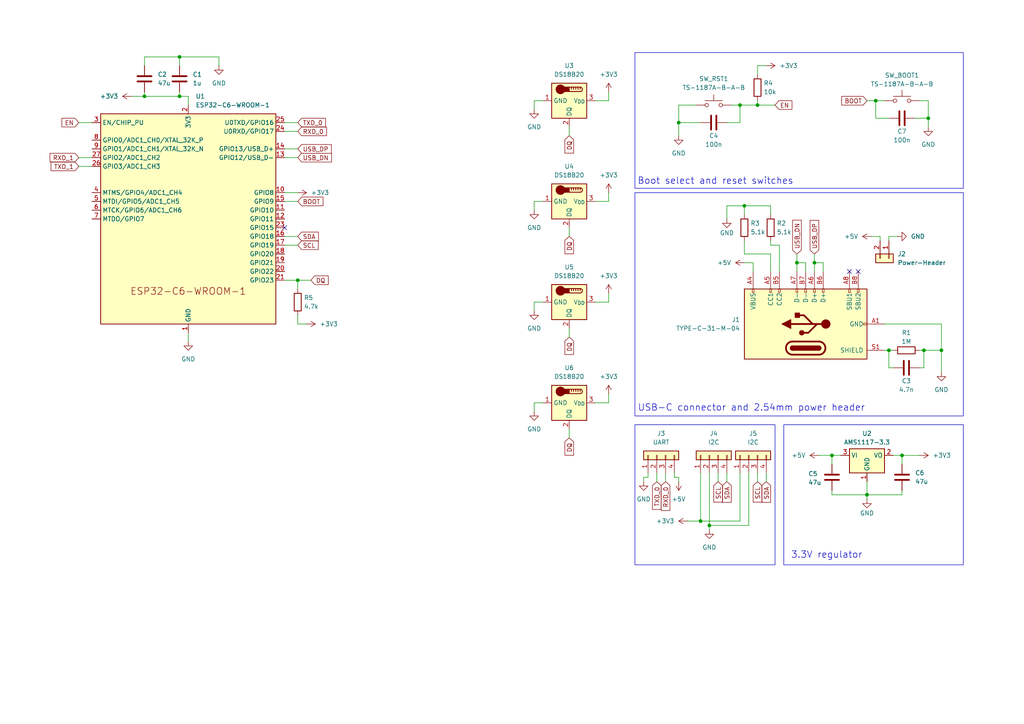
<source format=kicad_sch>
(kicad_sch (version 20250114) (generator "eeschema") (generator_version "9.0")
  (paper "A4")
  (lib_symbols
    (symbol "Connector:USB_C_Receptacle_USB2.0_16P" (pin_names (offset 1.016))
      (property "Reference" "J" (at 0 22.225 0))
      (property "Value" "USB_C_Receptacle_USB2.0_16P" (at 0 19.685 0))
      (symbol "USB_C_Receptacle_USB2.0_16P_0_0"
        (rectangle (start -0.254 -17.78) (end 0.254 -16.764))
        (rectangle (start 10.16 15.494) (end 9.144 14.986))
        (rectangle (start 10.16 10.414) (end 9.144 9.906))
        (rectangle (start 10.16 7.874) (end 9.144 7.366))
        (rectangle (start 10.16 2.794) (end 9.144 2.286))
        (rectangle (start 10.16 0.254) (end 9.144 -0.254))
        (rectangle (start 10.16 -2.286) (end 9.144 -2.794))
        (rectangle (start 10.16 -4.826) (end 9.144 -5.334))
        (rectangle (start 10.16 -12.446) (end 9.144 -12.954))
        (rectangle (start 10.16 -14.986) (end 9.144 -15.494))
      )
      (symbol "USB_C_Receptacle_USB2.0_16P_0_1"
        (rectangle (start -10.16 17.78) (end 10.16 -17.78) (stroke (width 0.254)) (fill (type background)))
        (polyline (pts (xy -8.89 -3.81) (xy -8.89 3.81)) (stroke (width 0.508)))
        (rectangle (start -7.62 -3.81) (end -6.35 3.81) (stroke (width 0.254)) (fill (type outline)))
        (arc (start -7.62 3.81) (mid -6.985 4.4423) (end -6.35 3.81) (stroke (width 0.254)))
        (arc (start -7.62 3.81) (mid -6.985 4.4423) (end -6.35 3.81) (stroke (width 0.254)) (fill (type outline)))
        (arc (start -8.89 3.81) (mid -6.985 5.7067) (end -5.08 3.81) (stroke (width 0.508)))
        (arc (start -5.08 -3.81) (mid -6.985 -5.7067) (end -8.89 -3.81) (stroke (width 0.508)))
        (arc (start -6.35 -3.81) (mid -6.985 -4.4423) (end -7.62 -3.81) (stroke (width 0.254)))
        (arc (start -6.35 -3.81) (mid -6.985 -4.4423) (end -7.62 -3.81) (stroke (width 0.254)) (fill (type outline)))
        (polyline (pts (xy -5.08 3.81) (xy -5.08 -3.81)) (stroke (width 0.508)))
        (circle (center -2.54 1.143) (radius 0.635) (stroke (width 0.254)) (fill (type outline)))
        (polyline (pts (xy -1.27 4.318) (xy 0 6.858) (xy 1.27 4.318) (xy -1.27 4.318)) (stroke (width 0.254)) (fill (type outline)))
        (polyline (pts (xy 0 -2.032) (xy 2.54 0.508) (xy 2.54 1.778)) (stroke (width 0.508)))
        (polyline (pts (xy 0 -3.302) (xy -2.54 -0.762) (xy -2.54 0.508)) (stroke (width 0.508)))
        (polyline (pts (xy 0 -5.842) (xy 0 4.318)) (stroke (width 0.508)))
        (circle (center 0 -5.842) (radius 1.27) (fill (type outline)))
        (rectangle (start 1.905 1.778) (end 3.175 3.048) (stroke (width 0.254)) (fill (type outline)))
      )
      (symbol "USB_C_Receptacle_USB2.0_16P_1_1"
        (pin passive line (at -7.62 -22.86 90) (length 5.08) (name "SHIELD") (number "S1"))
        (pin passive line (at 0 -22.86 90) (length 5.08) (name "GND") (number "A1"))
        (pin passive line (at 0 -22.86 90) (length 5.08) (hide yes) (name "GND") (number "A12"))
        (pin passive line (at 0 -22.86 90) (length 5.08) (hide yes) (name "GND") (number "B1"))
        (pin passive line (at 0 -22.86 90) (length 5.08) (hide yes) (name "GND") (number "B12"))
        (pin passive line (at 15.24 15.24 180) (length 5.08) (name "VBUS") (number "A4"))
        (pin passive line (at 15.24 15.24 180) (length 5.08) (hide yes) (name "VBUS") (number "A9"))
        (pin passive line (at 15.24 15.24 180) (length 5.08) (hide yes) (name "VBUS") (number "B4"))
        (pin passive line (at 15.24 15.24 180) (length 5.08) (hide yes) (name "VBUS") (number "B9"))
        (pin bidirectional line (at 15.24 10.16 180) (length 5.08) (name "CC1") (number "A5"))
        (pin bidirectional line (at 15.24 7.62 180) (length 5.08) (name "CC2") (number "B5"))
        (pin bidirectional line (at 15.24 2.54 180) (length 5.08) (name "D-") (number "A7"))
        (pin bidirectional line (at 15.24 0 180) (length 5.08) (name "D-") (number "B7"))
        (pin bidirectional line (at 15.24 -2.54 180) (length 5.08) (name "D+") (number "A6"))
        (pin bidirectional line (at 15.24 -5.08 180) (length 5.08) (name "D+") (number "B6"))
        (pin bidirectional line (at 15.24 -12.7 180) (length 5.08) (name "SBU1") (number "A8"))
        (pin bidirectional line (at 15.24 -15.24 180) (length 5.08) (name "SBU2") (number "B8"))
      )
    )
    (symbol "Connector_Generic:Conn_01x02" (pin_names (offset 1.016) (hide yes))
      (property "Reference" "J" (at 0 2.54 0))
      (property "Value" "Conn_01x02" (at 0 -5.08 0))
      (symbol "Conn_01x02_1_1"
        (rectangle (start -1.27 1.27) (end 1.27 -3.81) (stroke (width 0.254)) (fill (type background)))
        (rectangle (start -1.27 0.127) (end 0 -0.127) (stroke (width 0.1524)))
        (rectangle (start -1.27 -2.413) (end 0 -2.667) (stroke (width 0.1524)))
        (pin passive line (at -5.08 0 0) (length 3.81) (name "Pin_1") (number "1"))
        (pin passive line (at -5.08 -2.54 0) (length 3.81) (name "Pin_2") (number "2"))
      )
    )
    (symbol "Connector_Generic:Conn_01x04" (pin_names (offset 1.016) (hide yes))
      (property "Reference" "J" (at 0 5.08 0))
      (property "Value" "Conn_01x04" (at 0 -7.62 0))
      (symbol "Conn_01x04_1_1"
        (rectangle (start -1.27 3.81) (end 1.27 -6.35) (stroke (width 0.254)) (fill (type background)))
        (rectangle (start -1.27 2.667) (end 0 2.413) (stroke (width 0.1524)))
        (rectangle (start -1.27 0.127) (end 0 -0.127) (stroke (width 0.1524)))
        (rectangle (start -1.27 -2.413) (end 0 -2.667) (stroke (width 0.1524)))
        (rectangle (start -1.27 -4.953) (end 0 -5.207) (stroke (width 0.1524)))
        (pin passive line (at -5.08 2.54 0) (length 3.81) (name "Pin_1") (number "1"))
        (pin passive line (at -5.08 0 0) (length 3.81) (name "Pin_2") (number "2"))
        (pin passive line (at -5.08 -2.54 0) (length 3.81) (name "Pin_3") (number "3"))
        (pin passive line (at -5.08 -5.08 0) (length 3.81) (name "Pin_4") (number "4"))
      )
    )
    (symbol "Device:C" (pin_numbers (hide yes)) (pin_names (offset 0.254))
      (property "Reference" "C" (at 0.635 2.54 0))
      (property "Value" "C" (at 0.635 -2.54 0))
      (symbol "C_0_1"
        (polyline (pts (xy -2.032 0.762) (xy 2.032 0.762)) (stroke (width 0.508)))
        (polyline (pts (xy -2.032 -0.762) (xy 2.032 -0.762)) (stroke (width 0.508)))
      )
      (symbol "C_1_1"
        (pin passive line (at 0 3.81 270) (length 2.794) (name "~") (number "1"))
        (pin passive line (at 0 -3.81 90) (length 2.794) (name "~") (number "2"))
      )
    )
    (symbol "Device:R" (pin_numbers (hide yes)) (pin_names (offset 0))
      (property "Reference" "R" (at 2.032 0 90))
      (property "Value" "R" (at 0 0 90))
      (symbol "R_0_1"
        (rectangle (start -1.016 -2.54) (end 1.016 2.54) (stroke (width 0.254)))
      )
      (symbol "R_1_1"
        (pin passive line (at 0 3.81 270) (length 1.27) (name "~") (number "1"))
        (pin passive line (at 0 -3.81 90) (length 1.27) (name "~") (number "2"))
      )
    )
    (symbol "PCM_Espressif:ESP32-C6-WROOM-1"
      (property "Reference" "U" (at -25.4 35.56 0))
      (property "Value" "ESP32-C6-WROOM-1" (at -25.4 33.02 0))
      (symbol "ESP32-C6-WROOM-1_0_0"
        (text "ESP32-C6-WROOM-1" (at 0 -20.955 0) (effects (font (size 2 2))))
      )
      (symbol "ESP32-C6-WROOM-1_0_1"
        (rectangle (start -25.4 30.48) (end 25.4 -30.48) (stroke (width 0.254)) (fill (type background)))
      )
      (symbol "ESP32-C6-WROOM-1_1_1"
        (pin input line (at -27.94 27.94 0) (length 2.54) (name "EN/CHIP_PU") (number "3"))
        (pin bidirectional line (at -27.94 22.86 0) (length 2.54) (name "GPIO0/ADC1_CH0/XTAL_32K_P") (number "8"))
        (pin bidirectional line (at -27.94 20.32 0) (length 2.54) (name "GPIO1/ADC1_CH1/XTAL_32K_N") (number "9"))
        (pin bidirectional line (at -27.94 17.78 0) (length 2.54) (name "GPIO2/ADC1_CH2") (number "27"))
        (pin bidirectional line (at -27.94 15.24 0) (length 2.54) (name "GPIO3/ADC1_CH3") (number "26"))
        (pin bidirectional line (at -27.94 7.62 0) (length 2.54) (name "MTMS/GPIO4/ADC1_CH4") (number "4"))
        (pin bidirectional line (at -27.94 5.08 0) (length 2.54) (name "MTDI/GPIO5/ADC1_CH5") (number "5"))
        (pin bidirectional line (at -27.94 2.54 0) (length 2.54) (name "MTCK/GPIO6/ADC1_CH6") (number "6"))
        (pin bidirectional line (at -27.94 0 0) (length 2.54) (name "MTDO/GPIO7") (number "7"))
        (pin no_connect line (at -25.4 -12.7 0) (length 2.54) (hide yes) (name "NC") (number "22"))
        (pin power_in line (at 0 33.02 270) (length 2.54) (name "3V3") (number "2"))
        (pin power_in line (at 0 -33.02 90) (length 2.54) (name "GND") (number "1"))
        (pin passive line (at 0 -33.02 90) (length 2.54) (hide yes) (name "GND") (number "28"))
        (pin passive line (at 0 -33.02 90) (length 2.54) (hide yes) (name "GND") (number "29"))
        (pin bidirectional line (at 27.94 27.94 180) (length 2.54) (name "U0TXD/GPIO16") (number "25"))
        (pin bidirectional line (at 27.94 25.4 180) (length 2.54) (name "U0RXD/GPIO17") (number "24"))
        (pin bidirectional line (at 27.94 20.32 180) (length 2.54) (name "GPIO13/USB_D+") (number "14"))
        (pin bidirectional line (at 27.94 17.78 180) (length 2.54) (name "GPIO12/USB_D-") (number "13"))
        (pin bidirectional line (at 27.94 7.62 180) (length 2.54) (name "GPIO8") (number "10"))
        (pin bidirectional line (at 27.94 5.08 180) (length 2.54) (name "GPIO9") (number "15"))
        (pin bidirectional line (at 27.94 2.54 180) (length 2.54) (name "GPIO10") (number "11"))
        (pin bidirectional line (at 27.94 0 180) (length 2.54) (name "GPIO11") (number "12"))
        (pin bidirectional line (at 27.94 -2.54 180) (length 2.54) (name "GPIO15") (number "23"))
        (pin bidirectional line (at 27.94 -5.08 180) (length 2.54) (name "GPIO18") (number "16"))
        (pin bidirectional line (at 27.94 -7.62 180) (length 2.54) (name "GPIO19") (number "17"))
        (pin bidirectional line (at 27.94 -10.16 180) (length 2.54) (name "GPIO20") (number "18"))
        (pin bidirectional line (at 27.94 -12.7 180) (length 2.54) (name "GPIO21") (number "19"))
        (pin bidirectional line (at 27.94 -15.24 180) (length 2.54) (name "GPIO22") (number "20"))
        (pin bidirectional line (at 27.94 -17.78 180) (length 2.54) (name "GPIO23") (number "21"))
      )
    )
    (symbol "Regulator_Linear:AMS1117-3.3"
      (property "Reference" "U" (at -3.81 3.175 0))
      (property "Value" "AMS1117-3.3" (at 0 3.175 0))
      (symbol "AMS1117-3.3_0_1"
        (rectangle (start -5.08 -5.08) (end 5.08 1.905) (stroke (width 0.254)) (fill (type background)))
      )
      (symbol "AMS1117-3.3_1_1"
        (pin power_in line (at -7.62 0 0) (length 2.54) (name "VI") (number "3"))
        (pin power_in line (at 0 -7.62 90) (length 2.54) (name "GND") (number "1"))
        (pin power_out line (at 7.62 0 180) (length 2.54) (name "VO") (number "2"))
      )
    )
    (symbol "Sensor_Temperature:DS18B20"
      (property "Reference" "U" (at -3.81 6.35 0))
      (property "Value" "DS18B20" (at 6.35 6.35 0))
      (symbol "DS18B20_0_1"
        (rectangle (start -5.08 5.08) (end 5.08 -5.08) (stroke (width 0.254)) (fill (type background)))
        (polyline (pts (xy -3.937 3.175) (xy -3.937 0)) (stroke (width 0.254)))
        (polyline (pts (xy -3.937 3.175) (xy -3.302 3.175)) (stroke (width 0.254)))
        (polyline (pts (xy -3.937 2.54) (xy -3.302 2.54)) (stroke (width 0.254)))
        (polyline (pts (xy -3.937 1.905) (xy -3.302 1.905)) (stroke (width 0.254)))
        (polyline (pts (xy -3.937 1.27) (xy -3.302 1.27)) (stroke (width 0.254)))
        (polyline (pts (xy -3.937 0.635) (xy -3.302 0.635)) (stroke (width 0.254)))
        (arc (start -3.937 3.175) (mid -3.302 3.8073) (end -2.667 3.175) (stroke (width 0.254)))
        (circle (center -3.302 -2.54) (radius 1.27) (stroke (width 0.254)) (fill (type outline)))
        (polyline (pts (xy -2.667 3.175) (xy -2.667 0)) (stroke (width 0.254)))
        (rectangle (start -2.667 -1.905) (end -3.937 0) (stroke (width 0.254)) (fill (type outline)))
      )
      (symbol "DS18B20_1_1"
        (pin power_in line (at 0 7.62 270) (length 2.54) (name "V_{DD}") (number "3"))
        (pin power_in line (at 0 -7.62 90) (length 2.54) (name "GND") (number "1"))
        (pin bidirectional line (at 7.62 0 180) (length 2.54) (name "DQ") (number "2"))
      )
    )
    (symbol "Switch:SW_Push" (pin_numbers (hide yes)) (pin_names (offset 1.016) (hide yes))
      (property "Reference" "SW" (at 1.27 2.54 0))
      (property "Value" "SW_Push" (at 0 -1.524 0))
      (symbol "SW_Push_0_1"
        (circle (center -2.032 0) (radius 0.508))
        (polyline (pts (xy 0 1.27) (xy 0 3.048)))
        (circle (center 2.032 0) (radius 0.508))
        (polyline (pts (xy 2.54 1.27) (xy -2.54 1.27)))
        (pin passive line (at -5.08 0 0) (length 2.54) (name "1") (number "1"))
        (pin passive line (at 5.08 0 180) (length 2.54) (name "2") (number "2"))
      )
    )
    (symbol "power:+3V3" (power) (pin_numbers (hide yes)) (pin_names (offset 0) (hide yes))
      (property "Value" "+3V3" (at 0 3.556 0))
      (symbol "+3V3_0_1"
        (polyline (pts (xy -0.762 1.27) (xy 0 2.54)))
        (polyline (pts (xy 0 2.54) (xy 0.762 1.27)))
        (polyline (pts (xy 0 0) (xy 0 2.54)))
      )
      (symbol "+3V3_1_1"
        (pin power_in line (at 0 0 90) (length 0) (name "~") (number "1"))
      )
    )
    (symbol "power:+5V" (power) (pin_numbers (hide yes)) (pin_names (offset 0) (hide yes))
      (property "Value" "+5V" (at 0 3.556 0))
      (symbol "+5V_0_1"
        (polyline (pts (xy -0.762 1.27) (xy 0 2.54)))
        (polyline (pts (xy 0 2.54) (xy 0.762 1.27)))
        (polyline (pts (xy 0 0) (xy 0 2.54)))
      )
      (symbol "+5V_1_1"
        (pin power_in line (at 0 0 90) (length 0) (name "~") (number "1"))
      )
    )
    (symbol "power:GND" (power) (pin_numbers (hide yes)) (pin_names (offset 0) (hide yes))
      (property "Value" "GND" (at 0 -3.81 0))
      (symbol "GND_0_1"
        (polyline (pts (xy 0 0) (xy 0 -1.27) (xy 1.27 -1.27) (xy 0 -2.54) (xy -1.27 -1.27) (xy 0 -1.27)))
      )
      (symbol "GND_1_1"
        (pin power_in line (at 0 0 270) (length 0) (name "~") (number "1"))
      )
    )
  )
  (rectangle (start 184.15 55.88) (end 279.4 120.65))
  (rectangle (start 184.15 123.19) (end 224.79 163.83))
  (rectangle (start 227.33 123.19) (end 279.4 163.83))
  (rectangle (start 184.15 15.24) (end 279.4 54.61))
  (text "USB-C connector and 2.54mm power header" (at 217.932 118.364 0) (effects (font (size 1.905 1.905))))
  (text "3.3V regulator" (at 239.776 161.036 0) (effects (font (size 1.905 1.905))))
  (text "Boot select and reset switches" (at 207.518 52.578 0) (effects (font (size 1.905 1.905))))
  (junction (at 261.62 132.08))
  (junction (at 86.36 81.28))
  (junction (at 203.2 151.13))
  (junction (at 41.91 27.94))
  (junction (at 214.63 30.48))
  (junction (at 215.9 59.69))
  (junction (at 52.07 16.51))
  (junction (at 273.05 101.6))
  (junction (at 196.85 35.56))
  (junction (at 269.24 34.29))
  (junction (at 219.71 30.48))
  (junction (at 52.07 27.94))
  (junction (at 231.14 76.2))
  (junction (at 205.74 152.4))
  (junction (at 254 29.21))
  (junction (at 267.97 101.6))
  (junction (at 257.81 101.6))
  (junction (at 241.3 132.08))
  (junction (at 251.46 143.51))
  (junction (at 236.22 76.2))
  (no_connect (at 248.92 78.74))
  (no_connect (at 82.55 66.04))
  (no_connect (at 246.38 78.74))
  (wire (pts (xy 223.52 78.74) (xy 223.52 73.66)))
  (wire (pts (xy 233.68 78.74) (xy 233.68 76.2)))
  (wire (pts (xy 82.55 81.28) (xy 86.36 81.28)))
  (wire (pts (xy 254 29.21) (xy 254 34.29)))
  (wire (pts (xy 238.76 78.74) (xy 238.76 76.2)))
  (wire (pts (xy 251.46 143.51) (xy 251.46 144.78)))
  (wire (pts (xy 273.05 93.98) (xy 273.05 101.6)))
  (wire (pts (xy 38.1 27.94) (xy 41.91 27.94)))
  (wire (pts (xy 257.81 101.6) (xy 257.81 106.68)))
  (wire (pts (xy 172.72 29.21) (xy 176.53 29.21)))
  (wire (pts (xy 219.71 137.16) (xy 219.71 139.7)))
  (wire (pts (xy 82.55 38.1) (xy 86.36 38.1)))
  (wire (pts (xy 255.27 69.85) (xy 255.27 68.58)))
  (wire (pts (xy 210.82 137.16) (xy 210.82 139.7)))
  (wire (pts (xy 205.74 137.16) (xy 205.74 152.4)))
  (wire (pts (xy 82.55 71.12) (xy 86.36 71.12)))
  (wire (pts (xy 190.5 137.16) (xy 190.5 139.7)))
  (wire (pts (xy 251.46 29.21) (xy 254 29.21)))
  (wire (pts (xy 52.07 26.67) (xy 52.07 27.94)))
  (wire (pts (xy 82.55 58.42) (xy 86.36 58.42)))
  (wire (pts (xy 205.74 152.4) (xy 205.74 153.67)))
  (wire (pts (xy 261.62 132.08) (xy 266.7 132.08)))
  (wire (pts (xy 241.3 132.08) (xy 243.84 132.08)))
  (wire (pts (xy 154.94 116.84) (xy 157.48 116.84)))
  (wire (pts (xy 214.63 30.48) (xy 219.71 30.48)))
  (wire (pts (xy 22.86 48.26) (xy 26.67 48.26)))
  (wire (pts (xy 154.94 119.38) (xy 154.94 116.84)))
  (wire (pts (xy 215.9 73.66) (xy 215.9 69.85)))
  (wire (pts (xy 214.63 137.16) (xy 214.63 151.13)))
  (wire (pts (xy 63.5 16.51) (xy 63.5 19.05)))
  (wire (pts (xy 41.91 27.94) (xy 52.07 27.94)))
  (wire (pts (xy 154.94 31.75) (xy 154.94 29.21)))
  (wire (pts (xy 236.22 76.2) (xy 238.76 76.2)))
  (wire (pts (xy 251.46 143.51) (xy 261.62 143.51)))
  (wire (pts (xy 266.7 106.68) (xy 267.97 106.68)))
  (wire (pts (xy 223.52 59.69) (xy 223.52 62.23)))
  (wire (pts (xy 256.54 93.98) (xy 273.05 93.98)))
  (wire (pts (xy 165.1 95.25) (xy 165.1 97.79)))
  (wire (pts (xy 199.39 151.13) (xy 203.2 151.13)))
  (wire (pts (xy 266.7 101.6) (xy 267.97 101.6)))
  (wire (pts (xy 252.73 68.58) (xy 255.27 68.58)))
  (wire (pts (xy 217.17 152.4) (xy 205.74 152.4)))
  (wire (pts (xy 223.52 73.66) (xy 215.9 73.66)))
  (wire (pts (xy 241.3 143.51) (xy 251.46 143.51)))
  (wire (pts (xy 231.14 76.2) (xy 231.14 78.74)))
  (wire (pts (xy 176.53 58.42) (xy 176.53 55.88)))
  (wire (pts (xy 165.1 36.83) (xy 165.1 39.37)))
  (wire (pts (xy 86.36 93.98) (xy 86.36 91.44)))
  (wire (pts (xy 86.36 81.28) (xy 86.36 83.82)))
  (wire (pts (xy 219.71 29.21) (xy 219.71 30.48)))
  (wire (pts (xy 261.62 134.62) (xy 261.62 132.08)))
  (wire (pts (xy 222.25 137.16) (xy 222.25 139.7)))
  (wire (pts (xy 165.1 66.04) (xy 165.1 68.58)))
  (wire (pts (xy 269.24 34.29) (xy 269.24 29.21)))
  (wire (pts (xy 82.55 35.56) (xy 86.36 35.56)))
  (wire (pts (xy 176.53 29.21) (xy 176.53 26.67)))
  (wire (pts (xy 231.14 73.66) (xy 231.14 76.2)))
  (wire (pts (xy 176.53 116.84) (xy 176.53 114.3)))
  (wire (pts (xy 22.86 35.56) (xy 26.67 35.56)))
  (wire (pts (xy 52.07 27.94) (xy 54.61 27.94)))
  (wire (pts (xy 251.46 139.7) (xy 251.46 143.51)))
  (wire (pts (xy 196.85 138.43) (xy 195.58 138.43)))
  (wire (pts (xy 265.43 34.29) (xy 269.24 34.29)))
  (wire (pts (xy 273.05 101.6) (xy 273.05 107.95)))
  (wire (pts (xy 210.82 63.5) (xy 210.82 59.69)))
  (wire (pts (xy 223.52 71.12) (xy 226.06 71.12)))
  (wire (pts (xy 267.97 106.68) (xy 267.97 101.6)))
  (wire (pts (xy 237.49 132.08) (xy 241.3 132.08)))
  (wire (pts (xy 269.24 34.29) (xy 269.24 36.83)))
  (wire (pts (xy 218.44 78.74) (xy 218.44 76.2)))
  (wire (pts (xy 219.71 19.05) (xy 222.25 19.05)))
  (wire (pts (xy 195.58 138.43) (xy 195.58 137.16)))
  (wire (pts (xy 223.52 69.85) (xy 223.52 71.12)))
  (wire (pts (xy 82.55 68.58) (xy 86.36 68.58)))
  (wire (pts (xy 82.55 55.88) (xy 86.36 55.88)))
  (wire (pts (xy 82.55 43.18) (xy 86.36 43.18)))
  (wire (pts (xy 226.06 71.12) (xy 226.06 78.74)))
  (wire (pts (xy 261.62 142.24) (xy 261.62 143.51)))
  (wire (pts (xy 88.9 93.98) (xy 86.36 93.98)))
  (wire (pts (xy 41.91 19.05) (xy 41.91 16.51)))
  (wire (pts (xy 257.81 101.6) (xy 259.08 101.6)))
  (wire (pts (xy 196.85 30.48) (xy 196.85 35.56)))
  (wire (pts (xy 172.72 58.42) (xy 176.53 58.42)))
  (wire (pts (xy 186.69 138.43) (xy 187.96 138.43)))
  (wire (pts (xy 215.9 59.69) (xy 215.9 62.23)))
  (wire (pts (xy 186.69 138.43) (xy 186.69 139.7)))
  (wire (pts (xy 257.81 69.85) (xy 257.81 68.58)))
  (wire (pts (xy 219.71 21.59) (xy 219.71 19.05)))
  (wire (pts (xy 54.61 30.48) (xy 54.61 27.94)))
  (wire (pts (xy 52.07 16.51) (xy 52.07 19.05)))
  (wire (pts (xy 154.94 58.42) (xy 157.48 58.42)))
  (wire (pts (xy 201.93 30.48) (xy 196.85 30.48)))
  (wire (pts (xy 82.55 45.72) (xy 86.36 45.72)))
  (wire (pts (xy 165.1 124.46) (xy 165.1 127)))
  (wire (pts (xy 257.81 106.68) (xy 259.08 106.68)))
  (wire (pts (xy 41.91 16.51) (xy 52.07 16.51)))
  (wire (pts (xy 217.17 137.16) (xy 217.17 152.4)))
  (wire (pts (xy 54.61 96.52) (xy 54.61 99.06)))
  (wire (pts (xy 214.63 35.56) (xy 214.63 30.48)))
  (wire (pts (xy 193.04 137.16) (xy 193.04 139.7)))
  (wire (pts (xy 210.82 59.69) (xy 215.9 59.69)))
  (wire (pts (xy 208.28 137.16) (xy 208.28 139.7)))
  (wire (pts (xy 212.09 30.48) (xy 214.63 30.48)))
  (wire (pts (xy 267.97 101.6) (xy 273.05 101.6)))
  (wire (pts (xy 215.9 59.69) (xy 223.52 59.69)))
  (wire (pts (xy 236.22 73.66) (xy 236.22 76.2)))
  (wire (pts (xy 203.2 151.13) (xy 203.2 137.16)))
  (wire (pts (xy 22.86 45.72) (xy 26.67 45.72)))
  (wire (pts (xy 236.22 76.2) (xy 236.22 78.74)))
  (wire (pts (xy 241.3 134.62) (xy 241.3 132.08)))
  (wire (pts (xy 172.72 87.63) (xy 176.53 87.63)))
  (wire (pts (xy 196.85 35.56) (xy 196.85 39.37)))
  (wire (pts (xy 196.85 138.43) (xy 196.85 139.7)))
  (wire (pts (xy 210.82 35.56) (xy 214.63 35.56)))
  (wire (pts (xy 86.36 81.28) (xy 90.17 81.28)))
  (wire (pts (xy 261.62 132.08) (xy 259.08 132.08)))
  (wire (pts (xy 266.7 29.21) (xy 269.24 29.21)))
  (wire (pts (xy 254 29.21) (xy 256.54 29.21)))
  (wire (pts (xy 203.2 35.56) (xy 196.85 35.56)))
  (wire (pts (xy 172.72 116.84) (xy 176.53 116.84)))
  (wire (pts (xy 52.07 16.51) (xy 63.5 16.51)))
  (wire (pts (xy 257.81 68.58) (xy 260.35 68.58)))
  (wire (pts (xy 41.91 27.94) (xy 41.91 26.67)))
  (wire (pts (xy 154.94 60.96) (xy 154.94 58.42)))
  (wire (pts (xy 218.44 76.2) (xy 215.9 76.2)))
  (wire (pts (xy 219.71 30.48) (xy 224.79 30.48)))
  (wire (pts (xy 231.14 76.2) (xy 233.68 76.2)))
  (wire (pts (xy 214.63 151.13) (xy 203.2 151.13)))
  (wire (pts (xy 154.94 87.63) (xy 157.48 87.63)))
  (wire (pts (xy 257.81 34.29) (xy 254 34.29)))
  (wire (pts (xy 154.94 29.21) (xy 157.48 29.21)))
  (wire (pts (xy 256.54 101.6) (xy 257.81 101.6)))
  (wire (pts (xy 241.3 142.24) (xy 241.3 143.51)))
  (wire (pts (xy 154.94 90.17) (xy 154.94 87.63)))
  (wire (pts (xy 176.53 87.63) (xy 176.53 85.09)))
  (wire (pts (xy 187.96 138.43) (xy 187.96 137.16)))
  (global_label "DQ" (shape input) (at 90.17 81.28 0) (property "Intersheetrefs" "${INTERSHEET_REFS}" (effects (hide yes))))
  (global_label "TXD_0" (shape input) (at 86.36 35.56 0) (property "Intersheetrefs" "${INTERSHEET_REFS}" (effects (hide yes))))
  (global_label "DQ" (shape input) (at 165.1 97.79 270) (property "Intersheetrefs" "${INTERSHEET_REFS}" (effects (hide yes))))
  (global_label "USB_DN" (shape input) (at 231.14 73.66 90) (property "Intersheetrefs" "${INTERSHEET_REFS}" (effects (hide yes))))
  (global_label "RXD_1" (shape input) (at 22.86 45.72 180) (property "Intersheetrefs" "${INTERSHEET_REFS}" (effects (hide yes))))
  (global_label "SDA" (shape input) (at 222.25 139.7 270) (property "Intersheetrefs" "${INTERSHEET_REFS}" (effects (hide yes))))
  (global_label "RXD_0" (shape input) (at 193.04 139.7 270) (property "Intersheetrefs" "${INTERSHEET_REFS}" (effects (hide yes))))
  (global_label "RXD_0" (shape input) (at 86.36 38.1 0) (property "Intersheetrefs" "${INTERSHEET_REFS}" (effects (hide yes))))
  (global_label "USB_DP" (shape input) (at 236.22 73.66 90) (property "Intersheetrefs" "${INTERSHEET_REFS}" (effects (hide yes))))
  (global_label "BOOT" (shape input) (at 86.36 58.42 0) (property "Intersheetrefs" "${INTERSHEET_REFS}" (effects (hide yes))))
  (global_label "SCL" (shape input) (at 208.28 139.7 270) (property "Intersheetrefs" "${INTERSHEET_REFS}" (effects (hide yes))))
  (global_label "TXD_0" (shape input) (at 190.5 139.7 270) (property "Intersheetrefs" "${INTERSHEET_REFS}" (effects (hide yes))))
  (global_label "SCL" (shape input) (at 219.71 139.7 270) (property "Intersheetrefs" "${INTERSHEET_REFS}" (effects (hide yes))))
  (global_label "BOOT" (shape input) (at 251.46 29.21 180) (property "Intersheetrefs" "${INTERSHEET_REFS}" (effects (hide yes))))
  (global_label "SDA" (shape input) (at 86.36 68.58 0) (property "Intersheetrefs" "${INTERSHEET_REFS}" (effects (hide yes))))
  (global_label "USB_DN" (shape input) (at 86.36 45.72 0) (property "Intersheetrefs" "${INTERSHEET_REFS}" (effects (hide yes))))
  (global_label "USB_DP" (shape input) (at 86.36 43.18 0) (property "Intersheetrefs" "${INTERSHEET_REFS}" (effects (hide yes))))
  (global_label "EN" (shape input) (at 22.86 35.56 180) (property "Intersheetrefs" "${INTERSHEET_REFS}" (effects (hide yes))))
  (global_label "SDA" (shape input) (at 210.82 139.7 270) (property "Intersheetrefs" "${INTERSHEET_REFS}" (effects (hide yes))))
  (global_label "TXD_1" (shape input) (at 22.86 48.26 180) (property "Intersheetrefs" "${INTERSHEET_REFS}" (effects (hide yes))))
  (global_label "DQ" (shape input) (at 165.1 39.37 270) (property "Intersheetrefs" "${INTERSHEET_REFS}" (effects (hide yes))))
  (global_label "DQ" (shape input) (at 165.1 68.58 270) (property "Intersheetrefs" "${INTERSHEET_REFS}" (effects (hide yes))))
  (global_label "DQ" (shape input) (at 165.1 127 270) (property "Intersheetrefs" "${INTERSHEET_REFS}" (effects (hide yes))))
  (global_label "EN" (shape input) (at 224.79 30.48 0) (property "Intersheetrefs" "${INTERSHEET_REFS}" (effects (hide yes))))
  (global_label "SCL" (shape input) (at 86.36 71.12 0) (property "Intersheetrefs" "${INTERSHEET_REFS}" (effects (hide yes))))
  (symbol (lib_id "power:GND") (at 210.82 63.5 0) (unit 1)
    (property "Reference" "#PWR04" (effects (hide yes)))
    (property "Value" "GND" (at 210.82 67.564 0))
    (property "Description" "Power symbol creates a global label with name \"GND\" , ground" (effects (hide yes)))
  )
  (symbol (lib_id "power:+5V") (at 196.85 139.7 180) (unit 1)
    (property "Reference" "#PWR026" (effects (hide yes)))
    (property "Value" "+5V" (at 196.85 144.78 0))
    (property "Description" "Power symbol creates a global label with name \"+5V\"" (effects (hide yes)))
  )
  (symbol (lib_id "Device:C") (at 41.91 22.86 0) (unit 1)
    (property "Reference" "C2" (at 45.72 21.5899 0) (effects (justify left)))
    (property "Value" "47u" (at 45.72 24.1299 0) (effects (justify left)))
    (property "Footprint" "Capacitor_SMD:C_0805_2012Metric" (effects (hide yes)))
    (property "Description" "Unpolarized capacitor" (effects (hide yes)))
    (property "MFR" "CL21A476MQYNNNE" (effects (hide yes)))
  )
  (symbol (lib_id "power:+3V3") (at 176.53 55.88 0) (unit 1)
    (property "Reference" "#PWR019" (effects (hide yes)))
    (property "Value" "+3V3" (at 176.53 50.8 0))
    (property "Description" "Power symbol creates a global label with name \"+3V3\"" (effects (hide yes)))
  )
  (symbol (lib_id "power:+3V3") (at 88.9 93.98 270) (unit 1)
    (property "Reference" "#PWR024" (effects (hide yes)))
    (property "Value" "+3V3" (at 92.71 93.9799 90) (effects (justify left)))
    (property "Description" "Power symbol creates a global label with name \"+3V3\"" (effects (hide yes)))
  )
  (symbol (lib_id "power:GND") (at 63.5 19.05 0) (unit 1)
    (property "Reference" "#PWR06" (effects (hide yes)))
    (property "Value" "GND" (at 63.5 24.13 0))
    (property "Description" "Power symbol creates a global label with name \"GND\" , ground" (effects (hide yes)))
  )
  (symbol (lib_id "power:+3V3") (at 266.7 132.08 270) (unit 1)
    (property "Reference" "#PWR010" (effects (hide yes)))
    (property "Value" "+3V3" (at 270.51 132.0799 90) (effects (justify left)))
    (property "Description" "Power symbol creates a global label with name \"+3V3\"" (effects (hide yes)))
  )
  (symbol (lib_id "power:GND") (at 154.94 60.96 0) (unit 1)
    (property "Reference" "#PWR018" (effects (hide yes)))
    (property "Value" "GND" (at 154.94 66.04 0))
    (property "Description" "Power symbol creates a global label with name \"GND\" , ground" (effects (hide yes)))
  )
  (symbol (lib_id "power:GND") (at 273.05 107.95 0) (unit 1)
    (property "Reference" "#PWR05" (effects (hide yes)))
    (property "Value" "GND" (at 273.05 113.03 0))
    (property "Description" "Power symbol creates a global label with name \"GND\" , ground" (effects (hide yes)))
  )
  (symbol (lib_id "power:GND") (at 196.85 39.37 0) (unit 1)
    (property "Reference" "#PWR07" (effects (hide yes)))
    (property "Value" "GND" (at 196.85 44.45 0))
    (property "Description" "Power symbol creates a global label with name \"GND\" , ground" (effects (hide yes)))
  )
  (symbol (lib_id "Switch:SW_Push") (at 261.62 29.21 0) (unit 1)
    (property "Reference" "SW_BOOT1" (at 261.62 21.844 0))
    (property "Value" "TS-1187A-B-A-B" (at 261.62 24.384 0))
    (property "Footprint" "Button_Switch_SMD:SW_Push_1P1T_XKB_TS-1187A" (effects (hide yes)))
    (property "Description" "Push button switch, generic, two pins" (effects (hide yes)))
    (property "MFR" "TS-1187A-B-A-B" (effects (hide yes)))
  )
  (symbol (lib_id "Device:R") (at 215.9 66.04 180) (unit 1)
    (property "Reference" "R3" (at 217.678 64.77 0) (effects (justify right)))
    (property "Value" "5.1k" (at 217.678 67.31 0) (effects (justify right)))
    (property "Footprint" "Resistor_SMD:R_0402_1005Metric" (effects (hide yes)))
    (property "Description" "Resistor" (effects (hide yes)))
    (property "MFR" "0402WGF5101TCE" (effects (hide yes)))
  )
  (symbol (lib_id "Sensor_Temperature:DS18B20") (at 165.1 29.21 270) (unit 1)
    (property "Reference" "U3" (at 165.1 19.05 90))
    (property "Value" "DS18B20" (at 165.1 21.59 90))
    (property "Footprint" "Package_TO_SOT_THT:TO-92_Inline" (effects (hide yes)))
    (property "Datasheet" "http://datasheets.maximintegrated.com/en/ds/DS18B20.pdf" (effects (hide yes)))
    (property "Description" "Programmable Resolution 1-Wire Digital Thermometer TO-92" (effects (hide yes)))
  )
  (symbol (lib_id "Sensor_Temperature:DS18B20") (at 165.1 116.84 270) (unit 1)
    (property "Reference" "U6" (at 165.1 106.68 90))
    (property "Value" "DS18B20" (at 165.1 109.22 90))
    (property "Footprint" "Package_TO_SOT_THT:TO-92_Inline" (effects (hide yes)))
    (property "Datasheet" "http://datasheets.maximintegrated.com/en/ds/DS18B20.pdf" (effects (hide yes)))
    (property "Description" "Programmable Resolution 1-Wire Digital Thermometer TO-92" (effects (hide yes)))
  )
  (symbol (lib_id "Device:R") (at 86.36 87.63 180) (unit 1)
    (property "Reference" "R5" (at 88.138 86.36 0) (effects (justify right)))
    (property "Value" "4.7k" (at 88.138 88.9 0) (effects (justify right)))
    (property "Footprint" "Resistor_SMD:R_0402_1005Metric" (effects (hide yes)))
    (property "Description" "Resistor" (effects (hide yes)))
    (property "MFR" "0402WGF4701TCE" (effects (hide yes)))
  )
  (symbol (lib_id "PCM_Espressif:ESP32-C6-WROOM-1") (at 54.61 63.5 0) (unit 1)
    (property "Reference" "U1" (at 56.7533 27.94 0) (effects (justify left)))
    (property "Value" "ESP32-C6-WROOM-1" (at 56.7533 30.48 0) (effects (justify left)))
    (property "Footprint" "PCM_Espressif:ESP32-C6-WROOM-1" (effects (hide yes)))
    (property "Datasheet" "https://www.espressif.com/sites/default/files/documentation/esp32-c6-wroom-1_wroom-1u_datasheet_en.pdf" (effects (hide yes)))
    (property "Description" "ESP32-C6-WROOM-1/U is a module that supports 2.4 GHz Wi-Fi 6 (802.11 ax), Bluetooth® 5 (LE), Zigbee and Thread (802.15.4)" (effects (hide yes)))
  )
  (symbol (lib_id "power:+5V") (at 252.73 68.58 90) (unit 1)
    (property "Reference" "#PWR016" (effects (hide yes)))
    (property "Value" "+5V" (at 248.92 68.5799 90) (effects (justify left)))
    (property "Description" "Power symbol creates a global label with name \"+5V\"" (effects (hide yes)))
  )
  (symbol (lib_id "power:GND") (at 186.69 139.7 0) (unit 1)
    (property "Reference" "#PWR025" (effects (hide yes)))
    (property "Value" "GND" (at 186.69 144.78 0))
    (property "Description" "Power symbol creates a global label with name \"GND\" , ground" (effects (hide yes)))
  )
  (symbol (lib_id "Device:C") (at 262.89 106.68 270) (unit 1)
    (property "Reference" "C3" (at 262.89 110.49 90))
    (property "Value" "4.7n" (at 262.89 113.03 90))
    (property "Footprint" "Capacitor_SMD:C_0402_1005Metric" (effects (hide yes)))
    (property "Description" "Unpolarized capacitor" (effects (hide yes)))
    (property "MFR" "0402B472K500NT" (effects (hide yes)))
  )
  (symbol (lib_id "power:+3V3") (at 222.25 19.05 270) (unit 1)
    (property "Reference" "#PWR013" (effects (hide yes)))
    (property "Value" "+3V3" (at 226.06 19.0499 90) (effects (justify left)))
    (property "Description" "Power symbol creates a global label with name \"+3V3\"" (effects (hide yes)))
  )
  (symbol (lib_id "Connector_Generic:Conn_01x04") (at 217.17 132.08 90) (unit 1)
    (property "Reference" "J5" (at 218.44 125.73 90))
    (property "Value" "I2C" (at 218.44 128.27 90))
    (property "Footprint" "Connector_PinHeader_2.54mm:PinHeader_1x04_P2.54mm_Vertical" (effects (hide yes)))
    (property "Description" "Generic connector, single row, 01x04, script generated (kicad-library-utils/schlib/autogen/connector/)" (effects (hide yes)))
  )
  (symbol (lib_id "power:GND") (at 260.35 68.58 90) (unit 1)
    (property "Reference" "#PWR017" (effects (hide yes)))
    (property "Value" "GND" (at 264.16 68.5799 90) (effects (justify right)))
    (property "Description" "Power symbol creates a global label with name \"GND\" , ground" (effects (hide yes)))
  )
  (symbol (lib_id "power:+3V3") (at 38.1 27.94 90) (unit 1)
    (property "Reference" "#PWR02" (effects (hide yes)))
    (property "Value" "+3V3" (at 34.29 27.9399 90) (effects (justify left)))
    (property "Description" "Power symbol creates a global label with name \"+3V3\"" (effects (hide yes)))
  )
  (symbol (lib_id "Device:R") (at 262.89 101.6 270) (unit 1)
    (property "Reference" "R1" (at 262.89 96.52 90))
    (property "Value" "1M" (at 262.89 99.06 90))
    (property "Footprint" "Resistor_SMD:R_0402_1005Metric" (effects (hide yes)))
    (property "Description" "Resistor" (effects (hide yes)))
    (property "MFR" "0402WGF1004TCE" (effects (hide yes)))
  )
  (symbol (lib_id "Device:R") (at 219.71 25.4 180) (unit 1)
    (property "Reference" "R4" (at 221.488 24.13 0) (effects (justify right)))
    (property "Value" "10k" (at 221.488 26.67 0) (effects (justify right)))
    (property "Footprint" "Resistor_SMD:R_0402_1005Metric" (effects (hide yes)))
    (property "Description" "Resistor" (effects (hide yes)))
    (property "MFR" "0402WGF1002TCE" (effects (hide yes)))
  )
  (symbol (lib_id "Regulator_Linear:AMS1117-3.3") (at 251.46 132.08 0) (unit 1)
    (property "Reference" "U2" (at 251.46 125.73 0))
    (property "Value" "AMS1117-3.3" (at 251.46 128.27 0))
    (property "Footprint" "Package_TO_SOT_SMD:SOT-223-3_TabPin2" (effects (hide yes)))
    (property "Datasheet" "http://www.advanced-monolithic.com/pdf/ds1117.pdf" (effects (hide yes)))
    (property "Description" "1A Low Dropout regulator, positive, 3.3V fixed output, SOT-223" (effects (hide yes)))
  )
  (symbol (lib_id "Device:R") (at 223.52 66.04 180) (unit 1)
    (property "Reference" "R2" (at 225.298 64.77 0) (effects (justify right)))
    (property "Value" "5.1k" (at 225.298 67.31 0) (effects (justify right)))
    (property "Footprint" "Resistor_SMD:R_0402_1005Metric" (effects (hide yes)))
    (property "Description" "Resistor" (effects (hide yes)))
    (property "MFR" "0402WGF5101TCE" (effects (hide yes)))
  )
  (symbol (lib_id "power:+5V") (at 215.9 76.2 90) (unit 1)
    (property "Reference" "#PWR03" (effects (hide yes)))
    (property "Value" "+5V" (at 212.09 76.1999 90) (effects (justify left)))
    (property "Description" "Power symbol creates a global label with name \"+5V\"" (effects (hide yes)))
  )
  (symbol (lib_id "Sensor_Temperature:DS18B20") (at 165.1 87.63 270) (unit 1)
    (property "Reference" "U5" (at 165.1 77.47 90))
    (property "Value" "DS18B20" (at 165.1 80.01 90))
    (property "Footprint" "Package_TO_SOT_THT:TO-92_Inline" (effects (hide yes)))
    (property "Datasheet" "http://datasheets.maximintegrated.com/en/ds/DS18B20.pdf" (effects (hide yes)))
    (property "Description" "Programmable Resolution 1-Wire Digital Thermometer TO-92" (effects (hide yes)))
  )
  (symbol (lib_id "Sensor_Temperature:DS18B20") (at 165.1 58.42 270) (unit 1)
    (property "Reference" "U4" (at 165.1 48.26 90))
    (property "Value" "DS18B20" (at 165.1 50.8 90))
    (property "Footprint" "Package_TO_SOT_THT:TO-92_Inline" (effects (hide yes)))
    (property "Datasheet" "http://datasheets.maximintegrated.com/en/ds/DS18B20.pdf" (effects (hide yes)))
    (property "Description" "Programmable Resolution 1-Wire Digital Thermometer TO-92" (effects (hide yes)))
  )
  (symbol (lib_id "power:GND") (at 154.94 119.38 0) (unit 1)
    (property "Reference" "#PWR022" (effects (hide yes)))
    (property "Value" "GND" (at 154.94 124.46 0))
    (property "Description" "Power symbol creates a global label with name \"GND\" , ground" (effects (hide yes)))
  )
  (symbol (lib_id "power:GND") (at 269.24 36.83 0) (unit 1)
    (property "Reference" "#PWR012" (effects (hide yes)))
    (property "Value" "GND" (at 269.24 41.91 0))
    (property "Description" "Power symbol creates a global label with name \"GND\" , ground" (effects (hide yes)))
  )
  (symbol (lib_id "Connector_Generic:Conn_01x02") (at 257.81 74.93 270) (unit 1)
    (property "Reference" "J2" (at 260.35 73.6599 90) (effects (justify left)))
    (property "Value" "Power-Header" (at 260.35 76.1999 90) (effects (justify left)))
    (property "Footprint" "Connector_PinHeader_2.54mm:PinHeader_1x02_P2.54mm_Vertical" (effects (hide yes)))
    (property "Description" "Generic connector, single row, 01x02, script generated (kicad-library-utils/schlib/autogen/connector/)" (effects (hide yes)))
  )
  (symbol (lib_id "Device:C") (at 207.01 35.56 90) (unit 1)
    (property "Reference" "C4" (at 207.01 39.37 90))
    (property "Value" "100n" (at 207.01 41.91 90))
    (property "Footprint" "Capacitor_SMD:C_0402_1005Metric" (effects (hide yes)))
    (property "Description" "Unpolarized capacitor" (effects (hide yes)))
    (property "MFR" "CL05B104KO5NNNC" (effects (hide yes)))
  )
  (symbol (lib_id "power:GND") (at 205.74 153.67 0) (unit 1)
    (property "Reference" "#PWR028" (effects (hide yes)))
    (property "Value" "GND" (at 205.74 158.75 0))
    (property "Description" "Power symbol creates a global label with name \"GND\" , ground" (effects (hide yes)))
  )
  (symbol (lib_id "power:GND") (at 154.94 90.17 0) (unit 1)
    (property "Reference" "#PWR020" (effects (hide yes)))
    (property "Value" "GND" (at 154.94 95.25 0))
    (property "Description" "Power symbol creates a global label with name \"GND\" , ground" (effects (hide yes)))
  )
  (symbol (lib_id "Connector:USB_C_Receptacle_USB2.0_16P") (at 233.68 93.98 90) (unit 1)
    (property "Reference" "J1" (at 214.63 92.7099 90) (effects (justify left)))
    (property "Value" "TYPE-C-31-M-04" (at 214.63 95.2499 90) (effects (justify left)))
    (property "Footprint" "Connector_USB:USB_C_Receptacle_HRO_TYPE-C-31-M-12" (effects (hide yes)))
    (property "Datasheet" "https://www.usb.org/sites/default/files/documents/usb_type-c.zip" (effects (hide yes)))
    (property "Description" "USB 2.0-only 16P Type-C Receptacle connector" (effects (hide yes)))
    (property "MFR" "TYPE-C-31-M-04" (effects (hide yes)))
  )
  (symbol (lib_id "Device:C") (at 261.62 138.43 0) (unit 1)
    (property "Reference" "C6" (at 265.43 137.1599 0) (effects (justify left)))
    (property "Value" "47u" (at 265.43 139.6999 0) (effects (justify left)))
    (property "Footprint" "Capacitor_SMD:C_0805_2012Metric" (effects (hide yes)))
    (property "Description" "Unpolarized capacitor" (effects (hide yes)))
    (property "MFR" "CL21A476MQYNNNE" (effects (hide yes)))
  )
  (symbol (lib_id "Connector_Generic:Conn_01x04") (at 190.5 132.08 90) (unit 1)
    (property "Reference" "J3" (at 191.77 125.73 90))
    (property "Value" "UART" (at 191.77 128.27 90))
    (property "Footprint" "Connector_PinHeader_2.54mm:PinHeader_1x04_P2.54mm_Vertical" (effects (hide yes)))
    (property "Description" "Generic connector, single row, 01x04, script generated (kicad-library-utils/schlib/autogen/connector/)" (effects (hide yes)))
  )
  (symbol (lib_id "power:GND") (at 154.94 31.75 0) (unit 1)
    (property "Reference" "#PWR015" (effects (hide yes)))
    (property "Value" "GND" (at 154.94 36.83 0))
    (property "Description" "Power symbol creates a global label with name \"GND\" , ground" (effects (hide yes)))
  )
  (symbol (lib_id "power:+5V") (at 237.49 132.08 90) (unit 1)
    (property "Reference" "#PWR09" (effects (hide yes)))
    (property "Value" "+5V" (at 233.68 132.0799 90) (effects (justify left)))
    (property "Description" "Power symbol creates a global label with name \"+5V\"" (effects (hide yes)))
  )
  (symbol (lib_id "power:+3V3") (at 86.36 55.88 270) (unit 1)
    (property "Reference" "#PWR011" (effects (hide yes)))
    (property "Value" "+3V3" (at 90.17 55.8799 90) (effects (justify left)))
    (property "Description" "Power symbol creates a global label with name \"+3V3\"" (effects (hide yes)))
  )
  (symbol (lib_id "Device:C") (at 52.07 22.86 0) (unit 1)
    (property "Reference" "C1" (at 55.88 21.5899 0) (effects (justify left)))
    (property "Value" "1u" (at 55.88 24.1299 0) (effects (justify left)))
    (property "Footprint" "Capacitor_SMD:C_0402_1005Metric" (effects (hide yes)))
    (property "Description" "Unpolarized capacitor" (effects (hide yes)))
    (property "MFR" "CL05A105KA5NQNC" (effects (hide yes)))
  )
  (symbol (lib_id "power:+3V3") (at 176.53 114.3 0) (unit 1)
    (property "Reference" "#PWR023" (effects (hide yes)))
    (property "Value" "+3V3" (at 176.53 109.22 0))
    (property "Description" "Power symbol creates a global label with name \"+3V3\"" (effects (hide yes)))
  )
  (symbol (lib_id "power:+3V3") (at 176.53 26.67 0) (unit 1)
    (property "Reference" "#PWR014" (effects (hide yes)))
    (property "Value" "+3V3" (at 176.53 21.59 0))
    (property "Description" "Power symbol creates a global label with name \"+3V3\"" (effects (hide yes)))
  )
  (symbol (lib_id "power:GND") (at 251.46 144.78 0) (unit 1)
    (property "Reference" "#PWR08" (effects (hide yes)))
    (property "Value" "GND" (at 251.46 148.844 0))
    (property "Description" "Power symbol creates a global label with name \"GND\" , ground" (effects (hide yes)))
  )
  (symbol (lib_id "Switch:SW_Push") (at 207.01 30.48 0) (unit 1)
    (property "Reference" "SW_RST1" (at 207.01 22.86 0))
    (property "Value" "TS-1187A-B-A-B" (at 207.01 25.4 0))
    (property "Footprint" "Button_Switch_SMD:SW_Push_1P1T_XKB_TS-1187A" (effects (hide yes)))
    (property "Description" "Push button switch, generic, two pins" (effects (hide yes)))
    (property "MFR" "TS-1187A-B-A-B" (effects (hide yes)))
  )
  (symbol (lib_id "Device:C") (at 241.3 138.43 0) (unit 1)
    (property "Reference" "C5" (at 234.442 137.414 0) (effects (justify left)))
    (property "Value" "47u" (at 234.442 139.954 0) (effects (justify left)))
    (property "Footprint" "Capacitor_SMD:C_0805_2012Metric" (effects (hide yes)))
    (property "Description" "Unpolarized capacitor" (effects (hide yes)))
    (property "MFR" "CL21A476MQYNNNE" (effects (hide yes)))
  )
  (symbol (lib_id "power:+3V3") (at 176.53 85.09 0) (unit 1)
    (property "Reference" "#PWR021" (effects (hide yes)))
    (property "Value" "+3V3" (at 176.53 80.01 0))
    (property "Description" "Power symbol creates a global label with name \"+3V3\"" (effects (hide yes)))
  )
  (symbol (lib_id "Connector_Generic:Conn_01x04") (at 205.74 132.08 90) (unit 1)
    (property "Reference" "J4" (at 207.01 125.73 90))
    (property "Value" "I2C" (at 207.01 128.27 90))
    (property "Footprint" "Connector_PinHeader_2.54mm:PinHeader_1x04_P2.54mm_Vertical" (effects (hide yes)))
    (property "Description" "Generic connector, single row, 01x04, script generated (kicad-library-utils/schlib/autogen/connector/)" (effects (hide yes)))
  )
  (symbol (lib_id "Device:C") (at 261.62 34.29 90) (unit 1)
    (property "Reference" "C7" (at 261.62 38.1 90))
    (property "Value" "100n" (at 261.62 40.64 90))
    (property "Footprint" "Capacitor_SMD:C_0402_1005Metric" (effects (hide yes)))
    (property "Description" "Unpolarized capacitor" (effects (hide yes)))
    (property "MFR" "CL05B104KO5NNNC" (effects (hide yes)))
  )
  (symbol (lib_id "power:+3V3") (at 199.39 151.13 90) (unit 1)
    (property "Reference" "#PWR027" (effects (hide yes)))
    (property "Value" "+3V3" (at 195.58 151.1299 90) (effects (justify left)))
    (property "Description" "Power symbol creates a global label with name \"+3V3\"" (effects (hide yes)))
  )
  (symbol (lib_id "power:GND") (at 54.61 99.06 0) (unit 1)
    (property "Reference" "#PWR01" (effects (hide yes)))
    (property "Value" "GND" (at 54.61 104.14 0))
    (property "Description" "Power symbol creates a global label with name \"GND\" , ground" (effects (hide yes)))
  )
)
</source>
